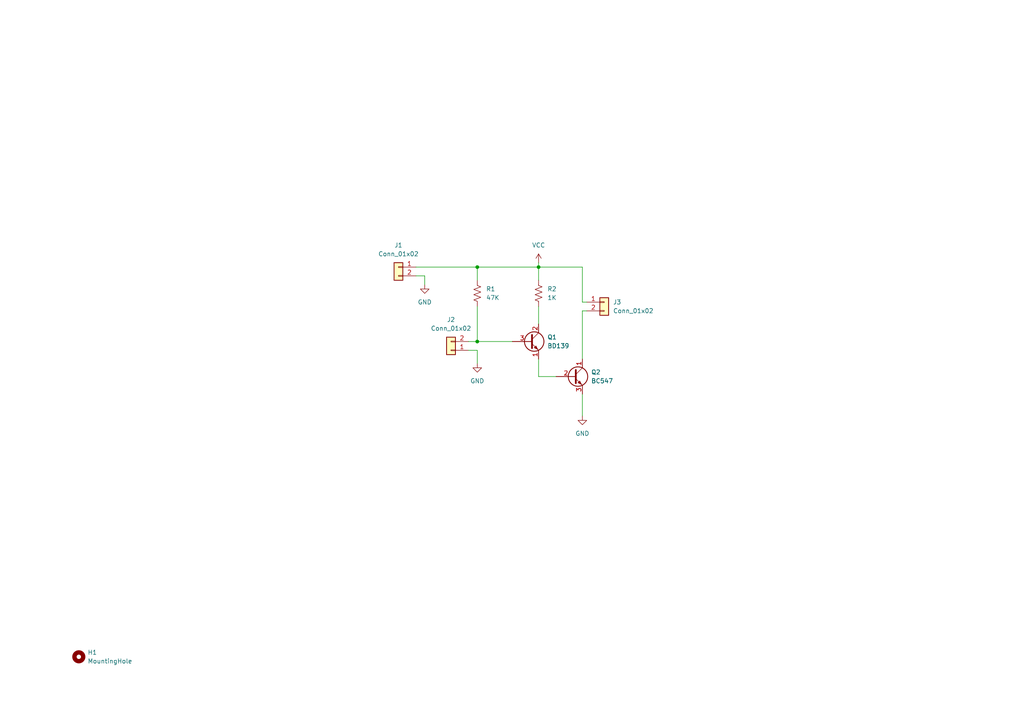
<source format=kicad_sch>
(kicad_sch (version 20211123) (generator eeschema)
  (paper "A4")
  (lib_symbols
    (symbol "Connector_Generic:Conn_01x02" (pin_names (offset 1.016) hide)
      (property "Reference" "J" (at 0 2.54 0))
      (property "Value" "Conn_01x02" (at 0 -5.08 0))
      (symbol "Conn_01x02_1_1"
        (rectangle (start -1.27 -2.413) (end 0 -2.667) (stroke (width 0.1524)))
        (rectangle (start -1.27 0.127) (end 0 -0.127) (stroke (width 0.1524)))
        (rectangle (start -1.27 1.27) (end 1.27 -3.81) (stroke (width 0.254)) (fill (type background)))
        (pin passive line (at -5.08 0 0) (length 3.81) (name "Pin_1") (number "1"))
        (pin passive line (at -5.08 -2.54 0) (length 3.81) (name "Pin_2") (number "2"))
      )
    )
    (symbol "Device:Q_NPN_CBE" (pin_names (offset 0) hide)
      (property "Reference" "Q" (at 5.08 1.27 0))
      (property "Value" "Q_NPN_CBE" (at 5.08 -1.27 0))
      (symbol "Q_NPN_CBE_0_1"
        (polyline (pts (xy 0.635 0.635) (xy 2.54 2.54)))
        (polyline (pts (xy 0.635 -0.635) (xy 2.54 -2.54) (xy 2.54 -2.54)))
        (polyline (pts (xy 0.635 1.905) (xy 0.635 -1.905) (xy 0.635 -1.905)) (stroke (width 0.508)))
        (polyline (pts (xy 1.27 -1.778) (xy 1.778 -1.27) (xy 2.286 -2.286) (xy 1.27 -1.778) (xy 1.27 -1.778)) (fill (type outline)))
        (circle (center 1.27 0) (radius 2.8194) (stroke (width 0.254)))
      )
      (symbol "Q_NPN_CBE_1_1"
        (pin passive line (at 2.54 5.08 270) (length 2.54) (name "C") (number "1"))
        (pin input line (at -5.08 0 0) (length 5.715) (name "B") (number "2"))
        (pin passive line (at 2.54 -5.08 90) (length 2.54) (name "E") (number "3"))
      )
    )
    (symbol "Device:Q_NPN_ECB" (pin_names (offset 0) hide)
      (property "Reference" "Q" (at 5.08 1.27 0))
      (property "Value" "Q_NPN_ECB" (at 5.08 -1.27 0))
      (symbol "Q_NPN_ECB_0_1"
        (polyline (pts (xy 0.635 0.635) (xy 2.54 2.54)))
        (polyline (pts (xy 0.635 -0.635) (xy 2.54 -2.54) (xy 2.54 -2.54)))
        (polyline (pts (xy 0.635 1.905) (xy 0.635 -1.905) (xy 0.635 -1.905)) (stroke (width 0.508)))
        (polyline (pts (xy 1.27 -1.778) (xy 1.778 -1.27) (xy 2.286 -2.286) (xy 1.27 -1.778) (xy 1.27 -1.778)) (fill (type outline)))
        (circle (center 1.27 0) (radius 2.8194) (stroke (width 0.254)))
      )
      (symbol "Q_NPN_ECB_1_1"
        (pin passive line (at 2.54 -5.08 90) (length 2.54) (name "E") (number "1"))
        (pin passive line (at 2.54 5.08 270) (length 2.54) (name "C") (number "2"))
        (pin passive line (at -5.08 0 0) (length 5.715) (name "B") (number "3"))
      )
    )
    (symbol "Device:R_US" (pin_numbers hide) (pin_names (offset 0))
      (property "Reference" "R" (at 2.54 0 90))
      (property "Value" "R_US" (at -2.54 0 90))
      (symbol "R_US_0_1"
        (polyline (pts (xy 0 -2.286) (xy 0 -2.54)))
        (polyline (pts (xy 0 2.286) (xy 0 2.54)))
        (polyline (pts (xy 0 -0.762) (xy 1.016 -1.143) (xy 0 -1.524) (xy -1.016 -1.905) (xy 0 -2.286)))
        (polyline (pts (xy 0 0.762) (xy 1.016 0.381) (xy 0 0) (xy -1.016 -0.381) (xy 0 -0.762)))
        (polyline (pts (xy 0 2.286) (xy 1.016 1.905) (xy 0 1.524) (xy -1.016 1.143) (xy 0 0.762)))
      )
      (symbol "R_US_1_1"
        (pin passive line (at 0 3.81 270) (length 1.27) (name "~") (number "1"))
        (pin passive line (at 0 -3.81 90) (length 1.27) (name "~") (number "2"))
      )
    )
    (symbol "Mechanical:MountingHole" (pin_names (offset 1.016))
      (property "Reference" "H" (at 0 5.08 0))
      (property "Value" "MountingHole" (at 0 3.175 0))
      (symbol "MountingHole_0_1"
        (circle (center 0 0) (radius 1.27) (stroke (width 1.27)))
      )
    )
    (symbol "power:GND" (power) (pin_names (offset 0))
      (property "Value" "GND" (at 0 -3.81 0))
      (symbol "GND_0_1"
        (polyline (pts (xy 0 0) (xy 0 -1.27) (xy 1.27 -1.27) (xy 0 -2.54) (xy -1.27 -1.27) (xy 0 -1.27)))
      )
      (symbol "GND_1_1"
        (pin power_in line (at 0 0 270) (length 0) hide (name "GND") (number "1"))
      )
    )
    (symbol "power:VCC" (power) (pin_names (offset 0))
      (property "Value" "VCC" (at 0 3.81 0))
      (symbol "VCC_0_1"
        (polyline (pts (xy -0.762 1.27) (xy 0 2.54)))
        (polyline (pts (xy 0 0) (xy 0 2.54)))
        (polyline (pts (xy 0 2.54) (xy 0.762 1.27)))
      )
      (symbol "VCC_1_1"
        (pin power_in line (at 0 0 90) (length 0) hide (name "VCC") (number "1"))
      )
    )
  )
  (junction (at 138.43 99.06))
  (junction (at 156.21 77.47))
  (junction (at 138.43 77.47))
  (wire (pts (xy 135.89 99.06) (xy 138.43 99.06)))
  (wire (pts (xy 156.21 77.47) (xy 156.21 81.28)))
  (wire (pts (xy 156.21 88.9) (xy 156.21 93.98)))
  (wire (pts (xy 168.91 90.17) (xy 168.91 104.14)))
  (wire (pts (xy 120.65 77.47) (xy 138.43 77.47)))
  (wire (pts (xy 138.43 101.6) (xy 135.89 101.6)))
  (wire (pts (xy 120.65 80.01) (xy 123.19 80.01)))
  (wire (pts (xy 168.91 87.63) (xy 168.91 77.47)))
  (wire (pts (xy 170.18 87.63) (xy 168.91 87.63)))
  (wire (pts (xy 138.43 77.47) (xy 138.43 81.28)))
  (wire (pts (xy 156.21 109.22) (xy 161.29 109.22)))
  (wire (pts (xy 170.18 90.17) (xy 168.91 90.17)))
  (wire (pts (xy 138.43 99.06) (xy 138.43 88.9)))
  (wire (pts (xy 156.21 104.14) (xy 156.21 109.22)))
  (wire (pts (xy 123.19 82.55) (xy 123.19 80.01)))
  (wire (pts (xy 156.21 76.2) (xy 156.21 77.47)))
  (wire (pts (xy 138.43 105.41) (xy 138.43 101.6)))
  (wire (pts (xy 168.91 77.47) (xy 156.21 77.47)))
  (wire (pts (xy 156.21 77.47) (xy 138.43 77.47)))
  (wire (pts (xy 148.59 99.06) (xy 138.43 99.06)))
  (wire (pts (xy 168.91 114.3) (xy 168.91 120.65)))
  (symbol (lib_id "Device:Q_NPN_CBE") (at 166.37 109.22 0) (unit 1)
    (property "Reference" "Q2" (at 171.45 107.9499 0) (effects (justify left)))
    (property "Value" "BC547" (at 171.45 110.4899 0) (effects (justify left)))
    (property "Footprint" "Package_TO_SOT_THT:TO-92L_Inline_Wide" (effects hide))
  )
  (symbol (lib_id "power:GND") (at 138.43 105.41 0) (unit 1)
    (property "Reference" "#PWR02" (effects hide))
    (property "Value" "GND" (at 138.43 110.49 0))
  )
  (symbol (lib_id "Connector_Generic:Conn_01x02") (at 130.81 101.6 180) (unit 1)
    (property "Reference" "J2" (at 130.81 92.71 0))
    (property "Value" "Conn_01x02" (at 130.81 95.25 0))
    (property "Footprint" "TerminalBlock:TerminalBlock_bornier-2_P5.08mm" (effects hide))
  )
  (symbol (lib_id "power:GND") (at 168.91 120.65 0) (unit 1)
    (property "Reference" "#PWR04" (effects hide))
    (property "Value" "GND" (at 168.91 125.73 0))
  )
  (symbol (lib_id "power:GND") (at 123.19 82.55 0) (unit 1)
    (property "Reference" "#PWR01" (effects hide))
    (property "Value" "GND" (at 123.19 87.63 0))
  )
  (symbol (lib_id "Device:R_US") (at 138.43 85.09 0) (unit 1)
    (property "Reference" "R1" (at 140.97 83.8199 0) (effects (justify left)))
    (property "Value" "47K" (at 140.97 86.3599 0) (effects (justify left)))
    (property "Footprint" "Resistor_THT:R_Axial_DIN0309_L9.0mm_D3.2mm_P12.70mm_Horizontal" (effects hide))
  )
  (symbol (lib_id "power:VCC") (at 156.21 76.2 0) (unit 1)
    (property "Reference" "#PWR03" (effects hide))
    (property "Value" "VCC" (at 156.21 71.12 0))
  )
  (symbol (lib_id "Mechanical:MountingHole") (at 22.86 190.5 0) (unit 1)
    (property "Reference" "H1" (at 25.4 189.2299 0) (effects (justify left)))
    (property "Value" "MountingHole" (at 25.4 191.7699 0) (effects (justify left)))
    (property "Footprint" "MountingHole:MountingHole_3.2mm_M3" (effects hide))
  )
  (symbol (lib_id "Device:Q_NPN_ECB") (at 153.67 99.06 0) (unit 1)
    (property "Reference" "Q1" (at 158.75 97.7899 0) (effects (justify left)))
    (property "Value" "BD139" (at 158.75 100.3299 0) (effects (justify left)))
    (property "Footprint" "Package_TO_SOT_THT:TO-126-3_Vertical" (effects hide))
  )
  (symbol (lib_id "Device:R_US") (at 156.21 85.09 0) (unit 1)
    (property "Reference" "R2" (at 158.75 83.8199 0) (effects (justify left)))
    (property "Value" "1K" (at 158.75 86.3599 0) (effects (justify left)))
    (property "Footprint" "Resistor_THT:R_Axial_DIN0309_L9.0mm_D3.2mm_P12.70mm_Horizontal" (effects hide))
  )
  (symbol (lib_id "Connector_Generic:Conn_01x02") (at 115.57 77.47 0) (mirror y) (unit 1)
    (property "Reference" "J1" (at 115.57 71.12 0))
    (property "Value" "Conn_01x02" (at 115.57 73.66 0))
    (property "Footprint" "TerminalBlock:TerminalBlock_bornier-2_P5.08mm" (effects hide))
  )
  (symbol (lib_id "Connector_Generic:Conn_01x02") (at 175.26 87.63 0) (unit 1)
    (property "Reference" "J3" (at 177.8 87.6299 0) (effects (justify left)))
    (property "Value" "Conn_01x02" (at 177.8 90.1699 0) (effects (justify left)))
    (property "Footprint" "TerminalBlock:TerminalBlock_bornier-2_P5.08mm" (effects hide))
  )
)
</source>
